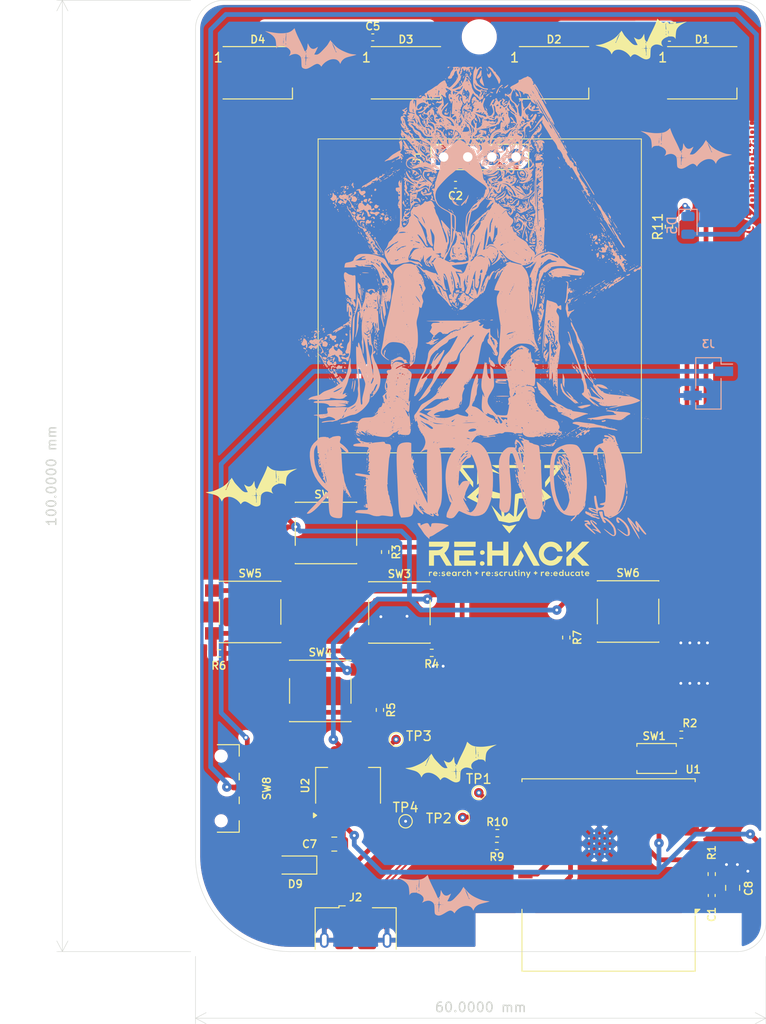
<source format=kicad_pcb>
(kicad_pcb (version 20241229) (generator "pcbnew") (generator_version "9.0")
  (layers (0 "F.Cu" signal) (2 "B.Cu" signal) (13 "F.Paste" user) (15 "B.Paste" user) (5 "F.SilkS" user "F.Silkscreen") (7 "B.SilkS" user "B.Silkscreen") (1 "F.Mask" user) (3 "B.Mask" user) (25 "Edge.Cuts" user))
  (net 0 "")
  (net 1 "+3V3")
  (net 2 "GND")
  (net 3 "/NEOPIXEL")
  (net 4 "Net-(D1-DOUT)")
  (net 5 "Net-(D2-DOUT)")
  (net 6 "Net-(D3-DOUT)")
  (net 7 "+5V")
  (net 8 "Net-(J3-Pin_1)")
  (net 9 "Net-(U1-EN)")
  (net 10 "/I2C_SCL")
  (net 11 "/BTN_UP")
  (net 12 "/BTN_RIGHT")
  (net 13 "/BTN_DOWN")
  (net 14 "/BTN_LEFT")
  (net 15 "/BTN_A")
  (net 16 "/BTN_B")
  (net 17 "/USB_D+")
  (net 18 "/USB_D-")
  (net 19 "/I2C_SDA")
  (net 20 "/UART_TXD")
  (net 21 "/UART_RXD")
  (net 24 "/USB+")
  (net 25 "/USB-")
  (net 26 "Net-(D5-A)")
  (net 27 "/USB_NC")
  (net 29 "Net-(D5-K)")
  (footprint "Resistor_SMD:R_0402_1005Metric" (layer "F.Cu") (at 131.7 148.9)
    (property "Reference" "R9" (at 0 1.15 0) (layer "F.SilkS") (effects (font (size 0.8 0.8))))
    (property "Value" "27")
    (pad "1" smd roundrect (at -0.51 0) (size 0.54 0.64) (layers "F.Cu" "F.Mask" "F.Paste") (net 24 "/USB+"))
    (pad "2" smd roundrect (at 0.51 0) (size 0.54 0.64) (layers "F.Cu" "F.Mask" "F.Paste") (net 17 "/USB_D+"))
  )
  (footprint "TestPoint:TestPoint_Pad_D1.0mm" (layer "F.Cu") (at 121.1 137.7)
    (property "Reference" "TP3" (at 2.4 -0.35 0) (layer "F.SilkS"))
    (property "Value" "TestPoint")
    (pad "1" smd circle (at 0 0) (size 1 1) (layers "F.Cu" "F.Mask") (net 1 "+3V3"))
  )
  (footprint "TestPoint:TestPoint_Pad_D1.0mm" (layer "F.Cu") (at 128.1 145.9)
    (property "Reference" "TP2" (at -2.5 0.1 0) (layer "F.SilkS"))
    (property "Value" "TestPoint")
    (pad "1" smd circle (at 0 0) (size 1 1) (layers "F.Cu" "F.Mask") (net 20 "/UART_TXD"))
  )
  (footprint "Resistor_SMD:R_0402_1005Metric" (layer "F.Cu") (at 149.8 83.8 90)
    (property "Reference" "R11" (at 0 -1.17 90) (layer "F.SilkS"))
    (property "Value" "10k")
    (pad "1" smd roundrect (at -0.51 0 90) (size 0.54 0.64) (layers "F.Cu" "F.Mask" "F.Paste") (net 2 "GND"))
    (pad "2" smd roundrect (at 0.51 0 90) (size 0.54 0.64) (layers "F.Cu" "F.Mask" "F.Paste") (net 29 "Net-(D5-K)"))
  )
  (footprint "Resistor_SMD:R_0402_1005Metric" (layer "F.Cu") (at 139 126.99 -90)
    (property "Reference" "R7" (at 0 -1.17 90) (layer "F.SilkS") (effects (font (size 0.8 0.8))))
    (property "Value" "10k")
    (pad "1" smd roundrect (at -0.51 0 270) (size 0.54 0.64) (layers "F.Cu" "F.Mask" "F.Paste") (net 15 "/BTN_A"))
    (pad "2" smd roundrect (at 0.51 0 270) (size 0.54 0.64) (layers "F.Cu" "F.Mask" "F.Paste") (net 2 "GND"))
  )
  (footprint "mcc:rehack" (layer "F.Cu") (at 133 114.5)
    (property "Reference" "G***" (hide yes))
    (property "Value" "LOGO" (hide yes))
  )
  (footprint "LED_SMD:LED_WS2812B_PLCC4_5.0x5.0mm_P3.2mm" (layer "F.Cu") (at 122.133333 67.625)
    (property "Reference" "D3" (at 0 -3.5 0) (layer "F.SilkS") (effects (font (size 0.8 0.8))))
    (property "Value" "WS2812B")
    (fp_text user "1" (at -4.15 -1.6 0) (layer "F.SilkS"))
    (pad "1" smd rect (at -2.45 -1.65) (size 1.5 0.9) (layers "F.Cu" "F.Mask" "F.Paste") (net 1 "+3V3"))
    (pad "2" smd rect (at -2.45 1.65) (size 1.5 0.9) (layers "F.Cu" "F.Mask" "F.Paste") (net 6 "Net-(D3-DOUT)"))
    (pad "3" smd rect (at 2.45 1.65) (size 1.5 0.9) (layers "F.Cu" "F.Mask" "F.Paste") (net 2 "GND"))
    (pad "4" smd rect (at 2.45 -1.65) (size 1.5 0.9) (layers "F.Cu" "F.Mask" "F.Paste") (net 5 "Net-(D2-DOUT)"))
  )
  (footprint "Button_Switch_SMD:SW_Push_SPST_NO_Alps_SKRK" (layer "F.Cu") (at 148.5 139.7)
    (property "Reference" "SW1" (at -0.25 -2.35 180) (layer "F.SilkS") (effects (font (size 0.8 0.8))))
    (property "Value" "SW_Push")
    (pad "1" smd roundrect (at -2.1 0) (size 0.8 2) (layers "F.Cu" "F.Mask" "F.Paste") (net 2 "GND"))
    (pad "2" smd roundrect (at 2.1 0) (size 0.8 2) (layers "F.Cu" "F.Mask" "F.Paste") (net 10 "/I2C_SCL"))
  )
  (footprint "IMG:bat" (layer "F.Cu") (at 127 140)
    (property "Reference" "G***" (hide yes))
    (property "Value" "LOGO" (hide yes))
  )
  (footprint "Capacitor_SMD:C_0402_1005Metric" (layer "F.Cu") (at 127.35 79.4 180)
    (property "Reference" "C2" (at 0 -1.16 0) (layer "F.SilkS") (effects (font (size 0.8 0.8))))
    (property "Value" "100n")
    (pad "1" smd roundrect (at -0.48 0 180) (size 0.56 0.62) (layers "F.Cu" "F.Mask" "F.Paste") (net 2 "GND"))
    (pad "2" smd roundrect (at 0.48 0 180) (size 0.56 0.62) (layers "F.Cu" "F.Mask" "F.Paste") (net 1 "+3V3"))
  )
  (footprint "Resistor_SMD:R_0402_1005Metric" (layer "F.Cu") (at 154.3 151.85 -90)
    (property "Reference" "R1" (at -2.25 0 90) (layer "F.SilkS") (effects (font (size 0.8 0.8))))
    (property "Value" "10k")
    (pad "1" smd roundrect (at -0.51 0 270) (size 0.54 0.64) (layers "F.Cu" "F.Mask" "F.Paste") (net 1 "+3V3"))
    (pad "2" smd roundrect (at 0.51 0 270) (size 0.54 0.64) (layers "F.Cu" "F.Mask" "F.Paste") (net 9 "Net-(U1-EN)"))
  )
  (footprint "Resistor_SMD:R_0402_1005Metric" (layer "F.Cu") (at 124.85 128.6 180)
    (property "Reference" "R4" (at 0 -1.17 0) (layer "F.SilkS") (effects (font (size 0.8 0.8))))
    (property "Value" "10k")
    (pad "1" smd roundrect (at -0.51 0 180) (size 0.54 0.64) (layers "F.Cu" "F.Mask" "F.Paste") (net 12 "/BTN_RIGHT"))
    (pad "2" smd roundrect (at 0.51 0 180) (size 0.54 0.64) (layers "F.Cu" "F.Mask" "F.Paste") (net 2 "GND"))
  )
  (footprint "LED_SMD:LED_WS2812B_PLCC4_5.0x5.0mm_P3.2mm" (layer "F.Cu") (at 106.55 67.625)
    (property "Reference" "D4" (at 0 -3.5 0) (layer "F.SilkS") (effects (font (size 0.8 0.8))))
    (property "Value" "WS2812B")
    (fp_text user "1" (at -4.15 -1.6 0) (layer "F.SilkS"))
    (pad "1" smd rect (at -2.45 -1.65) (size 1.5 0.9) (layers "F.Cu" "F.Mask" "F.Paste") (net 1 "+3V3"))
    (pad "2" smd rect (at -2.45 1.65) (size 1.5 0.9) (layers "F.Cu" "F.Mask" "F.Paste"))
    (pad "3" smd rect (at 2.45 1.65) (size 1.5 0.9) (layers "F.Cu" "F.Mask" "F.Paste") (net 2 "GND"))
    (pad "4" smd rect (at 2.45 -1.65) (size 1.5 0.9) (layers "F.Cu" "F.Mask" "F.Paste") (net 6 "Net-(D3-DOUT)"))
  )
  (footprint "Capacitor_SMD:C_0402_1005Metric" (layer "F.Cu") (at 149.85 63.95)
    (property "Reference" "C3" (at 0 -1.16 0) (layer "F.SilkS") (effects (font (size 0.8 0.8))))
    (property "Value" "100n")
    (pad "1" smd roundrect (at -0.48 0) (size 0.56 0.62) (layers "F.Cu" "F.Mask" "F.Paste") (net 2 "GND"))
    (pad "2" smd roundrect (at 0.48 0) (size 0.56 0.62) (layers "F.Cu" "F.Mask" "F.Paste") (net 1 "+3V3"))
  )
  (footprint "LED_SMD:LED_WS2812B_PLCC4_5.0x5.0mm_P3.2mm" (layer "F.Cu") (at 153.3 67.625)
    (property "Reference" "D1" (at 0 -3.5 0) (layer "F.SilkS") (effects (font (size 0.8 0.8))))
    (property "Value" "WS2812B")
    (fp_text user "1" (at -4.15 -1.6 0) (layer "F.SilkS"))
    (pad "1" smd rect (at -2.45 -1.65) (size 1.5 0.9) (layers "F.Cu" "F.Mask" "F.Paste") (net 1 "+3V3"))
    (pad "2" smd rect (at -2.45 1.65) (size 1.5 0.9) (layers "F.Cu" "F.Mask" "F.Paste") (net 4 "Net-(D1-DOUT)"))
    (pad "3" smd rect (at 2.45 1.65) (size 1.5 0.9) (layers "F.Cu" "F.Mask" "F.Paste") (net 2 "GND"))
    (pad "4" smd rect (at 2.45 -1.65) (size 1.5 0.9) (layers "F.Cu" "F.Mask" "F.Paste") (net 3 "/NEOPIXEL"))
  )
  (footprint "Connector_USB:USB_Micro-B_Amphenol_10118193-0001LF_Horizontal" (layer "F.Cu") (at 116.85 158.8)
    (property "Reference" "J2" (at 0 -4.5 0) (layer "F.SilkS") (effects (font (size 0.8 0.8))))
    (property "Value" "USB_B_Micro")
    (pad "1" smd roundrect (at -1.3 -2.675) (size 0.4 1.35) (layers "F.Cu" "F.Mask" "F.Paste") (net 7 "+5V"))
    (pad "2" smd roundrect (at -0.65 -2.675) (size 0.4 1.35) (layers "F.Cu" "F.Mask" "F.Paste") (net 25 "/USB-"))
    (pad "3" smd roundrect (at 0 -2.675) (size 0.4 1.35) (layers "F.Cu" "F.Mask" "F.Paste") (net 24 "/USB+"))
    (pad "4" smd roundrect (at 0.65 -2.675) (size 0.4 1.35) (layers "F.Cu" "F.Mask" "F.Paste") (net 27 "/USB_NC"))
    (pad "5" smd roundrect (at 1.3 -2.675) (size 0.4 1.35) (layers "F.Cu" "F.Mask" "F.Paste") (net 2 "GND"))
    (pad "6" thru_hole oval (at -3.3 0 90) (size 1.6 0.9) (drill oval 1.2 0.5) (layers "*.Cu" "*.Mask" "F.Paste") (net 2 "GND"))
    (pad "6" smd roundrect (at -3.2 -2.45) (size 1.6 1.4) (layers "F.Cu" "F.Mask" "F.Paste") (roundrect_rratio 0.1785714286) (net 2 "GND"))
    (pad "6" smd roundrect (at -1.2 0) (size 1.9 1.9) (layers "F.Cu" "F.Mask" "F.Paste") (roundrect_rratio 0.1315789474) (net 2 "GND"))
    (pad "6" smd roundrect (at 1.2 0) (size 1.9 1.9) (layers "F.Cu" "F.Mask" "F.Paste") (roundrect_rratio 0.1315789474) (net 2 "GND"))
    (pad "6" smd roundrect (at 3.2 -2.45) (size 1.6 1.4) (layers "F.Cu" "F.Mask" "F.Paste") (roundrect_rratio 0.1785714286) (net 2 "GND"))
    (pad "6" thru_hole oval (at 3.3 0 90) (size 1.6 0.9) (drill oval 1.2 0.5) (layers "*.Cu" "*.Mask" "F.Paste") (net 2 "GND"))
  )
  (footprint "Resistor_SMD:R_0402_1005Metric" (layer "F.Cu") (at 119.4 134.6 -90)
    (property "Reference" "R5" (at 0 -1.17 90) (layer "F.SilkS") (effects (font (size 0.8 0.8))))
    (property "Value" "10k")
    (pad "1" smd roundrect (at -0.51 0 270) (size 0.54 0.64) (layers "F.Cu" "F.Mask" "F.Paste") (net 13 "/BTN_DOWN"))
    (pad "2" smd roundrect (at 0.51 0 270) (size 0.54 0.64) (layers "F.Cu" "F.Mask" "F.Paste") (net 2 "GND"))
  )
  (footprint "Resistor_SMD:R_0402_1005Metric" (layer "F.Cu") (at 151.1 137.2)
    (property "Reference" "R2" (at 0.9 -1.2 0) (layer "F.SilkS") (effects (font (size 0.8 0.8))))
    (property "Value" "10k")
    (pad "1" smd roundrect (at -0.51 0) (size 0.54 0.64) (layers "F.Cu" "F.Mask" "F.Paste") (net 10 "/I2C_SCL"))
    (pad "2" smd roundrect (at 0.51 0) (size 0.54 0.64) (layers "F.Cu" "F.Mask" "F.Paste") (net 1 "+3V3"))
  )
  (footprint "IMG:bat" (layer "F.Cu") (at 147 64)
    (property "Reference" "G***" (hide yes))
    (property "Value" "LOGO" (hide yes))
  )
  (footprint "Resistor_SMD:R_0402_1005Metric" (layer "F.Cu") (at 119.95 118 -90)
    (property "Reference" "R3" (at 0 -1.17 90) (layer "F.SilkS") (effects (font (size 0.8 0.8))))
    (property "Value" "10k")
    (pad "1" smd roundrect (at -0.51 0 270) (size 0.54 0.64) (layers "F.Cu" "F.Mask" "F.Paste") (net 11 "/BTN_UP"))
    (pad "2" smd roundrect (at 0.51 0 270) (size 0.54 0.64) (layers "F.Cu" "F.Mask" "F.Paste") (net 2 "GND"))
  )
  (footprint "Button_Switch_SMD:SW_Push_1P1T_NO_6x6mm_H9.5mm" (layer "F.Cu") (at 145.5 124.25)
    (property "Reference" "SW6" (at 0 -4.05 0) (layer "F.SilkS") (effects (font (size 0.8 0.8))))
    (property "Value" "SW_Push")
    (pad "1" smd rect (at -3.975 -2.25) (size 1.55 1.3) (layers "F.Cu" "F.Mask" "F.Paste") (net 1 "+3V3"))
    (pad "1" smd rect (at 3.975 -2.25) (size 1.55 1.3) (layers "F.Cu" "F.Mask" "F.Paste") (net 1 "+3V3"))
    (pad "2" smd rect (at -3.975 2.25) (size 1.55 1.3) (layers "F.Cu" "F.Mask" "F.Paste") (net 15 "/BTN_A"))
    (pad "2" smd rect (at 3.975 2.25) (size 1.55 1.3) (layers "F.Cu" "F.Mask" "F.Paste") (net 15 "/BTN_A"))
  )
  (footprint "Package_TO_SOT_SMD:SOT-223-3_TabPin2" (layer "F.Cu") (at 116.05 142.55 90)
    (property "Reference" "U2" (at 0 -4.5 90) (layer "F.SilkS") (effects (font (size 0.8 0.8))))
    (property "Value" "AMS1117-3.3")
    (pad "1" smd roundrect (at -3.15 -2.3 90) (size 2 1.5) (layers "F.Cu" "F.Mask" "F.Paste") (net 2 "GND"))
    (pad "2" smd roundrect (at -3.15 0 90) (size 2 1.5) (layers "F.Cu" "F.Mask" "F.Paste") (net 1 "+3V3"))
    (pad "2" smd roundrect (at 3.15 0 90) (size 2 3.8) (layers "F.Cu" "F.Mask" "F.Paste") (net 1 "+3V3"))
    (pad "3" smd roundrect (at -3.15 2.3 90) (size 2 1.5) (layers "F.Cu" "F.Mask" "F.Paste") (net 7 "+5V"))
  )
  (footprint "TestPoint:TestPoint_Pad_D1.0mm" (layer "F.Cu") (at 122.1 146.3)
    (property "Reference" "TP4" (at 0 -1.448 0) (layer "F.SilkS"))
    (property "Value" "TestPoint")
    (pad "1" smd circle (at 0 0) (size 1 1) (layers "F.Cu" "F.Mask") (net 2 "GND"))
  )
  (footprint "LED_SMD:LED_WS2812B_PLCC4_5.0x5.0mm_P3.2mm" (layer "F.Cu") (at 137.716666 67.625)
    (property "Reference" "D2" (at 0 -3.5 0) (layer "F.SilkS") (effects (font (size 0.8 0.8))))
    (property "Value" "WS2812B")
    (fp_text user "1" (at -4.15 -1.6 0) (layer "F.SilkS"))
    (pad "1" smd rect (at -2.45 -1.65) (size 1.5 0.9) (layers "F.Cu" "F.Mask" "F.Paste") (net 1 "+3V3"))
    (pad "2" smd rect (at -2.45 1.65) (size 1.5 0.9) (layers "F.Cu" "F.Mask" "F.Paste") (net 5 "Net-(D2-DOUT)"))
    (pad "3" smd rect (at 2.45 1.65) (size 1.5 0.9) (layers "F.Cu" "F.Mask" "F.Paste") (net 2 "GND"))
    (pad "4" smd rect (at 2.45 -1.65) (size 1.5 0.9) (layers "F.Cu" "F.Mask" "F.Paste") (net 4 "Net-(D1-DOUT)"))
  )
  (footprint "Diode_SMD:Nexperia_CFP3_SOD-123W" (layer "F.Cu") (at 110.5 150.9 180)
    (property "Reference" "D9" (at 0 -2 0) (layer "F.SilkS") (effects (font (size 0.8 0.8))))
    (property "Value" "D_Schottky")
    (pad "1" smd rect (at -1.4 0 180) (size 1.2 1.2) (layers "F.Cu" "F.Mask" "F.Paste") (net 7 "+5V"))
    (pad "2" smd rect (at 1.4 0 180) (size 1.2 1.2) (layers "F.Cu" "F.Mask" "F.Paste") (net 26 "Net-(D5-A)"))
  )
  (footprint "MountingHole:MountingHole_3.2mm_M3" (layer "F.Cu") (at 129.85 63.85)
    (property "Reference" "H1" (hide yes))
    (property "Value" "MountingHole")
    (pad "" np_thru_hole circle (at 0 0) (size 3.2 3.2) (drill 3.2) (layers "*.Cu" "*.Mask"))
  )
  (footprint "Button_Switch_SMD:SW_SPDT_CK_JS102011SAQN" (layer "F.Cu") (at 102.7 142.85 -90)
    (property "Reference" "SW8" (at 0 -4.8 90) (layer "F.SilkS") (effects (font (size 0.8 0.8))))
    (property "Value" "SW_SPST")
    (pad "" np_thru_hole circle (at -3.4 0 270) (size 0.9 0.9) (drill 0.9) (layers "*.Cu" "*.Mask"))
    (pad "" np_thru_hole circle (at 3.4 0 270) (size 0.9 0.9) (drill 0.9) (layers "*.Cu" "*.Mask"))
    (pad "1" smd roundrect (at -2.5 -2.75 270) (size 1.25 2.5) (layers "F.Cu" "F.Mask" "F.Paste") (roundrect_rratio 0.2) (net 8 "Net-(J3-Pin_1)"))
    (pad "2" smd roundrect (at 0 -2.75 270) (size 1.25 2.5) (layers "F.Cu" "F.Mask" "F.Paste") (roundrect_rratio 0.2) (net 26 "Net-(D5-A)"))
    (pad "3" smd roundrect (at 2.5 -2.75 270) (size 1.25 2.5) (layers "F.Cu" "F.Mask" "F.Paste") (roundrect_rratio 0.2))
  )
  (footprint "Button_Switch_SMD:SW_Push_1P1T_NO_6x6mm_H9.5mm" (layer "F.Cu") (at 113.125 132.6)
    (property "Reference" "SW4" (at 0 -4.05 0) (layer "F.SilkS") (effects (font (size 0.8 0.8))))
    (property "Value" "SW_Push")
    (pad "1" smd rect (at -3.975 -2.25) (size 1.55 1.3) (layers "F.Cu" "F.Mask" "F.Paste") (net 1 "+3V3"))
    (pad "1" smd rect (at 3.975 -2.25) (size 1.55 1.3) (layers "F.Cu" "F.Mask" "F.Paste") (net 1 "+3V3"))
    (pad "2" smd rect (at -3.975 2.25) (size 1.55 1.3) (layers "F.Cu" "F.Mask" "F.Paste") (net 13 "/BTN_DOWN"))
    (pad "2" smd rect (at 3.975 2.25) (size 1.55 1.3) (layers "F.Cu" "F.Mask" "F.Paste") (net 13 "/BTN_DOWN"))
  )
  (footprint "IMG:bat" (layer "F.Cu") (at 106 111)
    (property "Reference" "G***" (hide yes))
    (property "Value" "LOGO" (hide yes))
  )
  (footprint "Button_Switch_SMD:SW_Push_1P1T_NO_6x6mm_H9.5mm" (layer "F.Cu") (at 121.45 124.35)
    (property "Reference" "SW3" (at 0 -4.05 0) (layer "F.SilkS") (effects (font (size 0.8 0.8))))
    (property "Value" "SW_Push")
    (pad "1" smd rect (at -3.975 -2.25) (size 1.55 1.3) (layers "F.Cu" "F.Mask" "F.Paste") (net 1 "+3V3"))
    (pad "1" smd rect (at 3.975 -2.25) (size 1.55 1.3) (layers "F.Cu" "F.Mask" "F.Paste") (net 1 "+3V3"))
    (pad "2" smd rect (at -3.975 2.25) (size 1.55 1.3) (layers "F.Cu" "F.Mask" "F.Paste") (net 12 "/BTN_RIGHT"))
    (pad "2" smd rect (at 3.975 2.25) (size 1.55 1.3) (layers "F.Cu" "F.Mask" "F.Paste") (net 12 "/BTN_RIGHT"))
  )
  (footprint "Resistor_SMD:R_0402_1005Metric" (layer "F.Cu") (at 102.5 128.65)
    (property "Reference" "R6" (at -0.05 1.3 0) (layer "F.SilkS") (effects (font (size 0.8 0.8))))
    (property "Value" "10k")
    (pad "1" smd roundrect (at -0.51 0) (size 0.54 0.64) (layers "F.Cu" "F.Mask" "F.Paste") (net 14 "/BTN_LEFT"))
    (pad "2" smd roundrect (at 0.51 0) (size 0.54 0.64) (layers "F.Cu" "F.Mask" "F.Paste") (net 2 "GND"))
  )
  (footprint "TestPoint:TestPoint_Pad_D1.0mm" (layer "F.Cu") (at 129.8 143.3)
    (property "Reference" "TP1" (at 0 -1.448 0) (layer "F.SilkS"))
    (property "Value" "TestPoint")
    (pad "1" smd circle (at 0 0) (size 1 1) (layers "F.Cu" "F.Mask") (net 21 "/UART_RXD"))
  )
  (footprint "Capacitor_SMD:C_0402_1005Metric" (layer "F.Cu") (at 154.3 154.1 -90)
    (property "Reference" "C1" (at 2 0 270) (layer "F.SilkS") (effects (font (size 0.8 0.8))))
    (property "Value" "100n")
    (pad "1" smd roundrect (at -0.48 0 270) (size 0.56 0.62) (layers "F.Cu" "F.Mask" "F.Paste") (net 2 "GND"))
    (pad "2" smd roundrect (at 0.48 0 270) (size 0.56 0.62) (layers "F.Cu" "F.Mask" "F.Paste") (net 1 "+3V3"))
  )
  (footprint "RF_Module:ESP32-C3-WROOM-02" (layer "F.Cu") (at 143.45 148.85 180)
    (property "Reference" "U1" (at -8.9 8 180) (layer "F.SilkS") (effects (font (size 0.8 0.8))))
    (property "Value" "ESP32-C3-WROOM-02")
    (pad "1" smd rect (at -8.75 -6 180) (size 1.5 0.9) (layers "F.Cu" "F.Mask" "F.Paste") (net 1 "+3V3"))
    (pad "2" smd rect (at -8.75 -4.5 180) (size 1.5 0.9) (layers "F.Cu" "F.Mask" "F.Paste") (net 9 "Net-(U1-EN)"))
    (pad "3" smd rect (at -8.75 -3 180) (size 1.5 0.9) (layers "F.Cu" "F.Mask" "F.Paste") (net 16 "/BTN_B"))
    (pad "4" smd rect (at -8.75 -1.5 180) (size 1.5 0.9) (layers "F.Cu" "F.Mask" "F.Paste") (net 15 "/BTN_A"))
    (pad "5" smd rect (at -8.75 0 180) (size 1.5 0.9) (layers "F.Cu" "F.Mask" "F.Paste"))
    (pad "6" smd rect (at -8.75 1.5 180) (size 1.5 0.9) (layers "F.Cu" "F.Mask" "F.Paste") (net 3 "/NEOPIXEL"))
    (pad "7" smd rect (at -8.75 3 180) (size 1.5 0.9) (layers "F.Cu" "F.Mask" "F.Paste") (net 19 "/I2C_SDA"))
    (pad "8" smd rect (at -8.75 4.5 180) (size 1.5 0.9) (layers "F.Cu" "F.Mask" "F.Paste") (net 10 "/I2C_SCL"))
    (pad "9" smd rect (at -8.75 6 180) (size 1.5 0.9) (layers "F.Cu" "F.Mask" "F.Paste") (net 2 "GND"))
    (pad "10" smd rect (at 8.75 6 180) (size 1.5 0.9) (layers "F.Cu" "F.Mask" "F.Paste") (net 13 "/BTN_DOWN"))
    (pad "11" smd rect (at 8.75 4.5 180) (size 1.5 0.9) (layers "F.Cu" "F.Mask" "F.Paste") (net 21 "/UART_RXD"))
    (pad "12" smd rect (at 8.75 3 180) (size 1.5 0.9) (layers "F.Cu" "F.Mask" "F.Paste") (net 20 "/UART_TXD"))
    (pad "13" smd rect (at 8.75 1.5 180) (size 1.5 0.9) (layers "F.Cu" "F.Mask" "F.Paste") (net 18 "/USB_D-"))
    (pad "14" smd rect (at 8.75 0 180) (size 1.5 0.9) (layers "F.Cu" "F.Mask" "F.Paste") (net 17 "/USB_D+"))
    (pad "15" smd rect (at 8.75 -1.5 180) (size 1.5 0.9) (layers "F.Cu" "F.Mask" "F.Paste") (net 14 "/BTN_LEFT"))
    (pad "16" smd rect (at 8.75 -3 180) (size 1.5 0.9) (layers "F.Cu" "F.Mask" "F.Paste") (net 12 "/BTN_RIGHT"))
    (pad "17" smd rect (at 8.75 -4.5 180) (size 1.5 0.9) (layers "F.Cu" "F.Mask" "F.Paste") (net 11 "/BTN_UP"))
    (pad "18" smd rect (at 8.75 -6 180) (size 1.5 0.9) (layers "F.Cu" "F.Mask" "F.Paste"))
    (pad "19" thru_hole circle (at -0.14 -0.35 180) (size 0.6 0.6) (drill 0.2) (property pad_prop_heatsink) (layers "*.Cu" "F.Mask") (net 2 "GND"))
    (pad "19" thru_hole circle (at -0.14 0.75 180) (size 0.6 0.6) (drill 0.2) (property pad_prop_heatsink) (layers "*.Cu" "F.Mask") (net 2 "GND"))
    (pad "19" thru_hole circle (at 0.41 -0.9 180) (size 0.6 0.6) (drill 0.2) (property pad_prop_heatsink) (layers "*.Cu" "F.Mask") (net 2 "GND"))
    (pad "19" thru_hole circle (at 0.41 0.2 180) (size 0.6 0.6) (drill 0.2) (property pad_prop_heatsink) (layers "*.Cu" "F.Mask") (net 2 "GND"))
    (pad "19" thru_hole circle (at 0.41 1.3 180) (size 0.6 0.6) (drill 0.2) (property pad_prop_heatsink) (layers "*.Cu" "F.Mask") (net 2 "GND"))
    (pad "19" thru_hole circle (at 0.96 -0.35 180) (size 0.6 0.6) (drill 0.2) (property pad_prop_heatsink) (layers "*.Cu" "F.Mask") (net 2 "GND"))
    (pad "19" smd rect (at 0.96 0.2 180) (size 2.9 2.9) (layers "F.Cu" "F.Mask") (net 2 "GND"))
    (pad "19" thru_hole circle (at 0.96 0.75 180) (size 0.6 0.6) (drill 0.2) (property pad_prop_heatsink) (layers "*.Cu" "F.Mask") (net 2 "GND"))
    (pad "19" thru_hole circle (at 1.51 -0.9 180) (size 0.6 0.6) (drill 0.2) (property pad_prop_heatsink) (layers "*.Cu" "F.Mask") (net 2 "GND"))
    (pad "19" thru_hole circle (at 1.51 0.2 180) (size 0.6 0.6) (drill 0.2) (property pad_prop_heatsink) (layers "*.Cu" "F.Mask") (net 2 "GND"))
    (pad "19" thru_hole circle (at 1.51 1.3 180) (size 0.6 0.6) (drill 0.2) (property pad_prop_heatsink) (layers "*.Cu" "F.Mask") (net 2 "GND"))
    (pad "19" thru_hole circle (at 2.06 -0.35 180) (size 0.6 0.6) (drill 0.2) (property pad_prop_heatsink) (layers "*.Cu" "F.Mask") (net 2 "GND"))
    (pad "19" thru_hole circle (at 2.06 0.75 180) (size 0.6 0.6) (drill 0.2) (property pad_prop_heatsink) (layers "*.Cu" "F.Mask") (net 2 "GND"))
    (zone (net 0) (net_name "") (layers "F.Cu" "B.Cu") (connect_pads (clearance 0)) (min_thickness 0.254)
      (keepout (tracks not_allowed) (vias not_allowed) (pads not_allowed) (copperpour not_allowed) (footprints not_allowed))
      (fill (thermal_gap 0.508) (thermal_bridge_width 0.508))
      (polygon (pts (xy 157.45 155.95) (xy 129.45 155.95) (xy 129.45 166.95) (xy 157.45 166.95)))
    )
  )
  (footprint "Capacitor_SMD:C_0805_2012Metric" (layer "F.Cu") (at 156.5 153.3 -90)
    (property "Reference" "C8" (at 0.05 -1.68 90) (layer "F.SilkS") (effects (font (size 0.8 0.8))))
    (property "Value" "1u")
    (pad "1" smd roundrect (at -0.95 0 270) (size 1 1.45) (layers "F.Cu" "F.Mask" "F.Paste") (net 2 "GND"))
    (pad "2" smd roundrect (at 0.95 0 270) (size 1 1.45) (layers "F.Cu" "F.Mask" "F.Paste") (net 1 "+3V3"))
  )
  (footprint "Connector_PinSocket_2.54mm:PinSocket_1x04_P2.54mm_Vertical" (layer "F.Cu") (at 126.1 76.475 90)
    (property "Reference" "J1" (at 0 -2.77 90) (layer "F.SilkS") (effects (font (size 0.8 0.8))))
    (property "Value" "Conn_01x04_Pin")
    (pad "1" thru_hole rect (at 0 0 90) (size 1.7 1.7) (drill 1) (layers "*.Cu" "*.Mask") (net 1 "+3V3"))
    (pad "2" thru_hole oval (at 0 2.54 90) (size 1.7 1.7) (drill 1) (layers "*.Cu" "*.Mask") (net 2 "GND"))
    (pad "3" thru_hole oval (at 0 5.08 90) (size 1.7 1.7) (drill 1) (layers "*.Cu" "*.Mask") (net 10 "/I2C_SCL"))
    (pad "4" thru_hole oval (at 0 7.62 90) (size 1.7 1.7) (drill 1) (layers "*.Cu" "*.Mask") (net 19 "/I2C_SDA"))
  )
  (footprint "Button_Switch_SMD:SW_Push_1P1T_NO_6x6mm_H9.5mm" (layer "F.Cu") (at 105.75 124.3)
    (property "Reference" "SW5" (at 0 -4.05 0) (layer "F.SilkS") (effects (font (size 0.8 0.8))))
    (property "Value" "SW_Push")
    (pad "1" smd rect (at -3.975 -2.25) (size 1.55 1.3) (layers "F.Cu" "F.Mask" "F.Paste") (net 1 "+3V3"))
    (pad "1" smd rect (at 3.975 -2.25) (size 1.55 1.3) (layers "F.Cu" "F.Mask" "F.Paste") (net 1 "+3V3"))
    (pad "2" smd rect (at -3.975 2.25) (size 1.55 1.3) (layers "F.Cu" "F.Mask" "F.Paste") (net 14 "/BTN_LEFT"))
    (pad "2" smd rect (at 3.975 2.25) (size 1.55 1.3) (layers "F.Cu" "F.Mask" "F.Paste") (net 14 "/BTN_LEFT"))
  )
  (footprint "Capacitor_SMD:C_0402_1005Metric" (layer "F.Cu") (at 118.65 63.9)
    (property "Reference" "C5" (at 0 -1.16 0) (layer "F.SilkS") (effects (font (size 0.8 0.8))))
    (property "Value" "100n")
    (pad "1" smd roundrect (at -0.48 0) (size 0.56 0.62) (layers "F.Cu" "F.Mask" "F.Paste") (net 2 "GND"))
    (pad "2" smd roundrect (at 0.48 0) (size 0.56 0.62) (layers "F.Cu" "F.Mask" "F.Paste") (net 1 "+3V3"))
  )
  (footprint "Resistor_SMD:R_0402_1005Metric" (layer "F.Cu") (at 131.75 147.55)
    (property "Reference" "R10" (at 0 -1.17 0) (layer "F.SilkS") (effects (font (size 0.8 0.8))))
    (property "Value" "27")
    (pad "1" smd roundrect (at -0.51 0) (size 0.54 0.64) (layers "F.Cu" "F.Mask" "F.Paste") (net 25 "/USB-"))
    (pad "2" smd roundrect (at 0.51 0) (size 0.54 0.64) (layers "F.Cu" "F.Mask" "F.Paste") (net 18 "/USB_D-"))
  )
  (footprint "Button_Switch_SMD:SW_Push_1P1T_NO_6x6mm_H9.5mm" (layer "F.Cu") (at 113.725 116)
    (property "Reference" "SW2" (at 0 -4.05 0) (layer "F.SilkS") (effects (font (size 0.8 0.8))))
    (property "Value" "SW_Push")
    (pad "1" smd rect (at -3.975 -2.25) (size 1.55 1.3) (layers "F.Cu" "F.Mask" "F.Paste") (net 1 "+3V3"))
    (pad "1" smd rect (at 3.975 -2.25) (size 1.55 1.3) (layers "F.Cu" "F.Mask" "F.Paste") (net 1 "+3V3"))
    (pad "2" smd rect (at -3.975 2.25) (size 1.55 1.3) (layers "F.Cu" "F.Mask" "F.Paste") (net 11 "/BTN_UP"))
    (pad "2" smd rect (at 3.975 2.25) (size 1.55 1.3) (layers "F.Cu" "F.Mask" "F.Paste") (net 11 "/BTN_UP"))
  )
  (footprint "Capacitor_SMD:C_0805_2012Metric" (layer "F.Cu") (at 114.6 148.7)
    (property "Reference" "C7" (at -2.6 0 0) (layer "F.SilkS") (effects (font (size 0.8 0.8))))
    (property "Value" "1u")
    (pad "1" smd roundrect (at -0.95 0) (size 1 1.45) (layers "F.Cu" "F.Mask" "F.Paste") (net 2 "GND"))
    (pad "2" smd roundrect (at 0.95 0) (size 1 1.45) (layers "F.Cu" "F.Mask" "F.Paste") (net 1 "+3V3"))
  )
  (footprint "IMG:bat" (layer "B.Cu") (at 151.5 75.5 180)
    (property "Reference" "G***" (hide yes))
    (property "Value" "LOGO" (hide yes))
  )
  (footprint "IMG:bat" (layer "B.Cu") (at 112 65 180)
    (property "Reference" "G***" (hide yes))
    (property "Value" "LOGO" (hide yes))
  )
  (footprint "Connector_PinSocket_2.54mm:PinSocket_1x02_P2.54mm_Vertical_SMD_Pin1Left" (layer "B.Cu") (at 153.95 100.275 180)
    (property "Reference" "J3" (at 0 4.14 0) (layer "B.SilkS") (effects (font (size 0.8 0.8)) (justify mirror)))
    (property "Value" "Battery")
    (pad "1" smd rect (at -1.65 1.27 180) (size 1.9 1) (layers "B.Cu" "B.Mask" "B.Paste") (net 8 "Net-(J3-Pin_1)"))
    (pad "2" smd rect (at 1.65 -1.27 180) (size 1.9 1) (layers "B.Cu" "B.Mask" "B.Paste") (net 2 "GND"))
  )
  (footprint "LED_SMD:LED_0805_2012Metric" (layer "B.Cu") (at 151.8 83.6625 -90)
    (property "Reference" "D5" (at 0 1.65 90) (layer "B.SilkS") (effects (justify mirror)))
    (property "Value" "LED")
    (pad "1" smd roundrect (at -0.9375 0 270) (size 0.975 1.4) (layers "B.Cu" "B.Mask" "B.Paste") (net 29 "Net-(D5-K)"))
    (pad "2" smd roundrect (at 0.9375 0 270) (size 0.975 1.4) (layers "B.Cu" "B.Mask" "B.Paste") (net 26 "Net-(D5-A)"))
  )
  (footprint "mcc:conquer_grey" (layer "B.Cu") (at 129 92 180)
    (property "Reference" "G***" (hide yes))
    (property "Value" "LOGO" (hide yes))
  )
  (footprint "IMG:bat" (layer "B.Cu") (at 126 154 180)
    (property "Reference" "G***" (hide yes))
    (property "Value" "LOGO" (hide yes))
  )
  (gr_line (start 112.9 74.575) (end 112.9 107.575) (stroke (width 0.1)) (layer "F.SilkS"))
  (gr_line (start 112.9 74.575) (end 146.9 74.575) (stroke (width 0.1)) (layer "F.SilkS"))
  (gr_line (start 146.9 74.575) (end 146.9 107.575) (stroke (width 0.1)) (layer "F.SilkS"))
  (gr_line (start 112.9 107.575) (end 146.9 107.575) (stroke (width 0.1)) (layer "F.SilkS"))
  (gr_line (start 110 160) (end 157 160) (stroke (width 0.05)) (layer "Edge.Cuts"))
  (gr_line (start 160 63) (end 160 157) (stroke (width 0.05)) (layer "Edge.Cuts"))
  (gr_line (start 103 60) (end 157 60) (stroke (width 0.05)) (layer "Edge.Cuts"))
  (gr_arc (start 100 63) (mid 100.87868 60.87868) (end 103 60) (stroke (width 0.05)) (layer "Edge.Cuts"))
  (gr_line (start 100 63) (end 100 150) (stroke (width 0.05)) (layer "Edge.Cuts"))
  (gr_arc (start 160 157) (mid 159.12132 159.12132) (end 157 160) (stroke (width 0.05)) (layer "Edge.Cuts"))
  (gr_arc (start 110 160) (mid 102.928932 157.071068) (end 100 150) (stroke (width 0.05)) (layer "Edge.Cuts"))
  (gr_arc (start 157 60) (mid 159.12132 60.87868) (end 160 63) (stroke (width 0.05)) (layer "Edge.Cuts"))
  (gr_text "59586c74616d356b494864686379426f5a584a6c" (at 159 110 90) (layer "F.Cu" knockout) (effects (font (size 1 1) (thickness 0.2) (bold yes)) (justify left bottom)))
  (dimension (type aligned) (layer "Edge.Cuts") (pts (xy 100 160) (xy 160 160)) (height 7) (format (prefix "") (suffix "") (units 3) (units_format 1) (precision 4)) (style (thickness 0.05) (arrow_length 1.27) (text_position_mode 0) (arrow_direction outward) (extension_height 0.58642) (extension_offset 0.5) (keep_text_aligned yes)) (gr_text "60.0000 mm" (at 130 165.85 0) (layer "Edge.Cuts") (effects (font (size 1 1) (thickness 0.15)))))
  (dimension (type aligned) (layer "Edge.Cuts") (pts (xy 100 60) (xy 100 160)) (height 14) (format (prefix "") (suffix "") (units 3) (units_format 1) (precision 4)) (style (thickness 0.05) (arrow_length 1.27) (text_position_mode 0) (arrow_direction outward) (extension_height 0.58642) (extension_offset 0.5) (keep_text_aligned yes)) (gr_text "100.0000 mm" (at 84.85 110 90) (layer "Edge.Cuts") (effects (font (size 1 1) (thickness 0.15)))))
  (segment (start 117.7 113.75) (end 109.75 113.75) (width 0.5) (layer "F.Cu") (net 1))
  (segment (start 117.7 91.85) (end 126.8 82.75) (width 0.5) (layer "F.Cu") (net 1))
  (segment (start 118.59253 62.75) (end 119.2 63.35747) (width 0.5) (layer "F.Cu") (net 1))
  (segment (start 117.475 122.1) (end 125.425 122.1) (width 0.5) (layer "F.Cu") (net 1))
  (segment (start 110.55 115.35) (end 109.725 115.35) (width 0.5) (layer "F.Cu") (net 1))
  (segment (start 155.5 149.4) (end 158.55 149.4) (width 0.5) (layer "F.Cu") (net 1))
  (segment (start 151.61 137.2) (end 151.61 136.644678) (width 0.5) (layer "F.Cu") (net 1))
  (segment (start 109.75 114.55) (end 110.55 115.35) (width 0.5) (layer "F.Cu") (net 1))
  (segment (start 128.2 66.4) (end 134.841666 66.4) (width 0.5) (layer "F.Cu") (net 1))
  (segment (start 116.05 145.7) (end 116.05 139.4) (width 0.5) (layer "F.Cu") (net 1))
  (segment (start 159.15 153.3) (end 159.15 149.35) (width 0.5) (layer "F.Cu") (net 1))
  (segment (start 118.05 62.75) (end 124.55 62.75) (width 0.5) (layer "F.Cu") (net 1))
  (segment (start 117.7 113.75) (end 117.7 91.85) (width 0.5) (layer "F.Cu") (net 1))
  (segment (start 125.25 122.1) (end 124.4 122.95) (width 0.5) (layer "F.Cu") (net 1))
  (segment (start 150.85 65.975) (end 150.85 64.4) (width 0.5) (layer "F.Cu") (net 1))
  (segment (start 152.2 154.85) (end 154.1 154.85) (width 0.5) (layer "F.Cu") (net 1))
  (segment (start 119.683333 65.975) (end 119.683333 64.383333) (width 0.5) (layer "F.Cu") (net 1))
  (segment (start 119.4 139.4) (end 121.1 137.7) (width 0.5) (layer "F.Cu") (net 1))
  (segment (start 150.084678 136.13) (end 148.75 137.464678) (width 0.5) (layer "F.Cu") (net 1))
  (segment (start 135.425 65.975) (end 138.5 62.9) (width 0.5) (layer "F.Cu") (net 1))
  (segment (start 124.55 62.75) (end 128.2 66.4) (width 0.5) (layer "F.Cu") (net 1))
  (segment (start 154.3 150.6) (end 155.5 149.4) (width 0.5) (layer "F.Cu") (net 1))
  (segment (start 154.3 151.34) (end 154.3 150.6) (width 0.5) (layer "F.Cu") (net 1))
  (segment (start 159.15 149.35) (end 159.15 148.8) (width 0.5) (layer "F.Cu") (net 1))
  (segment (start 109.15 130.35) (end 115.85 130.35) (width 0.5) (layer "F.Cu") (net 1))
  (segment (start 104.1 65.975) (end 107.325 62.75) (width 0.5) (layer "F.Cu") (net 1))
  (segment (start 108.2 120.525) (end 109.725 122.05) (width 0.5) (layer "F.Cu") (net 1))
  (segment (start 116.05 130.35) (end 115.95 130.45) (width 0.5) (layer "F.Cu") (net 1))
  (segment (start 109.75 113.75) (end 109.75 114.55) (width 0.5) (layer "F.Cu") (net 1))
  (segment (start 148.75 137.464678) (end 148.75 148.6) (width 0.5) (layer "F.Cu") (net 1))
  (segment (start 156.1 154.65) (end 154.3 154.65) (width 0.5) (layer "F.Cu") (net 1))
  (segment (start 117.1 130.35) (end 116.05 130.35) (width 0.5) (layer "F.Cu") (net 1))
  (segment (start 124.35 71.15) (end 126.1 72.9) (width 0.5) (layer "F.Cu") (net 1))
  (segment (start 146.36 62.89) (end 149.88253 62.89) (width 0.5) (layer "F.Cu") (net 1))
  (segment (start 116.7 147.8) (end 115.85 146.95) (width 0.5) (layer "F.Cu") (net 1))
  (segment (start 138.5 62.9) (end 146.35 62.9) (width 0.5) (layer "F.Cu") (net 1))
  (segment (start 150.4 63.40747) (end 150.4 63.95) (width 0.5) (layer "F.Cu") (net 1))
  (segment (start 126.1 72.9) (end 126.1 76.475) (width 0.5) (layer "F.Cu") (net 1))
  (segment (start 156.5 154.25) (end 156.746142 154.25) (width 0.5) (layer "F.Cu") (net 1))
  (segment (start 135.266666 65.975) (end 135.425 65.975) (width 0.5) (layer "F.Cu") (net 1))
  (segment (start 142 122) (end 149.95 122) (width 0.5) (layer "F.Cu") (net 1))
  (segment (start 119.683333 64.383333) (end 119.2 63.9) (width 0.5) (layer "F.Cu") (net 1))
  (segment (start 156.5 154.25) (end 156.1 154.65) (width 0.5) (layer "F.Cu") (net 1))
  (segment (start 140.1 122) (end 142 122) (width 0.5) (layer "F.Cu") (net 1))
  (segment (start 116.05 139.4) (end 119.4 139.4) (width 0.5) (layer "F.Cu") (net 1))
  (segment (start 146.35 62.9) (end 146.36 62.89) (width 0.5) (layer "F.Cu") (net 1))
  (segment (start 115.55 146.2) (end 116.05 145.7) (width 0.5) (layer "F.Cu") (net 1))
  (segment (start 118.05 62.75) (end 118.59253 62.75) (width 0.5) (layer "F.Cu") (net 1))
  (segment (start 126.8 77.3) (end 126.1 76.6) (width 0.5) (layer "F.Cu") (net 1))
  (segment (start 156.5 154.25) (end 158.2 154.25) (width 0.5) (layer "F.Cu") (net 1))
  (segment (start 116.05 139.4) (end 116.05 139.25) (width 0.5) (layer "F.Cu") (net 1))
  (segment (start 107.325 62.75) (end 118.05 62.75) (width 0.5) (layer "F.Cu") (net 1))
  (segment (start 149.88253 62.89) (end 150.4 63.40747) (width 0.5) (layer "F.Cu") (net 1))
  (segment (start 119.2 63.35747) (end 119.2 63.9) (width 0.5) (layer "F.Cu") (net 1))
  (segment (start 108.325 71.15) (end 124.35 71.15) (width 0.5) (layer "F.Cu") (net 1))
  (segment (start 134.841666 66.4) (end 135.266666 65.975) (width 0.5) (layer "F.Cu") (net 1))
  (segment (start 159.15 148.45) (end 158.35 147.65) (width 0.5) (layer "F.Cu") (net 1))
  (segment (start 158.55 149.4) (end 159.15 148.8) (width 0.5) (layer "F.Cu") (net 1))
  (segment (start 115.85 146.95) (end 115.55 146.95) (width 0.5) (layer "F.Cu") (net 1))
  (segment (start 115.85 130.35) (end 115.95 130.45) (width 0.5) (layer "F.Cu") (net 1))
  (segment (start 158.2 154.25) (end 159.15 153.3) (width 0.5) (layer "F.Cu") (net 1))
  (segment (start 109.725 115.35) (end 108.2 116.875) (width 0.5) (layer "F.Cu") (net 1))
  (segment (start 150.85 64.4) (end 150.4 63.95) (width 0.5) (layer "F.Cu") (net 1))
  (segment (start 125.425 122.1) (end 125.25 122.1) (width 0.5) (layer "F.Cu") (net 1))
  (segment (start 116.05 139.25) (end 114.5 137.7) (width 0.5) (layer "F.Cu") (net 1))
  (segment (start 159.15 148.8) (end 159.15 148.45) (width 0.5) (layer "F.Cu") (net 1))
  (segment (start 115.55 146.95) (end 115.55 146.2) (width 0.5) (layer "F.Cu") (net 1))
  (segment (start 126.8 82.75) (end 126.8 77.3) (width 0.5) (layer "F.Cu") (net 1))
  (segment (start 104.1 65.975) (end 104.1 66.925) (width 0.5) (layer "F.Cu") (net 1))
  (segment (start 104.1 66.925) (end 108.325 71.15) (width 0.5) (layer "F.Cu") (net 1))
  (segment (start 151.61 136.644678) (end 151.095322 136.13) (width 0.5) (layer "F.Cu") (net 1))
  (segment (start 101.775 122.05) (end 109.725 122.05) (width 0.5) (layer "F.Cu") (net 1))
  (segment (start 126.1 76.6) (end 126.1 76.475) (width 0.5) (layer "F.Cu") (net 1))
  (segment (start 154.1 154.85) (end 154.3 154.65) (width 0.5) (layer "F.Cu") (net 1))
  (segment (start 115.55 148.7) (end 115.55 146.95) (width 0.5) (layer "F.Cu") (net 1))
  (segment (start 108.2 116.875) (end 108.2 120.525) (width 0.5) (layer "F.Cu") (net 1))
  (segment (start 138 124.1) (end 140.1 122) (width 0.5) (layer "F.Cu") (net 1))
  (segment (start 151.095322 136.13) (end 150.084678 136.13) (width 0.5) (layer "F.Cu") (net 1))
  (via (at 110.55 115.35) (size 1) (drill 0.3) (layers "F.Cu" "B.Cu") (net 1))
  (via (at 116.7 147.8) (size 1) (drill 0.3) (layers "F.Cu" "B.Cu") (net 1))
  (via (at 114.5 137.7) (size 1) (drill 0.3) (layers "F.Cu" "B.Cu") (net 1))
  (via (at 148.75 148.6) (size 1) (drill 0.3) (layers "F.Cu" "B.Cu") (net 1))
  (via (at 115.95 130.45) (size 1) (drill 0.3) (layers "F.Cu" "B.Cu") (net 1))
  (via (at 121.1 137.7) (size 0.6) (drill 0.3) (layers "F.Cu" "B.Cu") (net 1))
  (via (at 158.35 147.65) (size 1) (drill 0.3) (layers "F.Cu" "B.Cu") (net 1))
  (via (at 138 124.1) (size 1) (drill 0.3) (layers "F.Cu" "B.Cu") (net 1))
  (via (at 124.4 122.95) (size 1) (drill 0.3) (layers "F.Cu" "B.Cu") (net 1))
  (segment (start 121.65 115.8) (end 111 115.8) (width 0.5) (layer "B.Cu") (net 1))
  (segment (start 111 115.8) (end 110.55 115.35) (width 0.5) (layer "B.Cu") (net 1))
  (segment (start 138 124.1) (end 123.7 124.1) (width 0.5) (layer "B.Cu") (net 1))
  (segment (start 148.6 151.65) (end 144.85 151.65) (width 0.5) (layer "B.Cu") (net 1))
  (segment (start 119.55 151.65) (end 117.1 149.2) (width 0.5) (layer "B.Cu") (net 1))
  (segment (start 152.6 147.65) (end 149.6 150.65) (width 0.5) (layer "B.Cu") (net 1))
  (segment (start 115.95 130.45) (end 114.5 129) (width 0.5) (layer "B.Cu") (net 1))
  (segment (start 158.35 147.65) (end 152.6 147.65) (width 0.5) (layer "B.Cu") (net 1))
  (segment (start 149.6 150.65) (end 148.6 151.65) (width 0.5) (layer "B.Cu") (net 1))
  (segment (start 116.7 148.8) (end 116.7 147.8) (width 0.5) (layer "B.Cu") (net 1))
  (segment (start 144.85 151.65) (end 128.2 151.65) (width 0.5) (layer "B.Cu") (net 1))
  (segment (start 128.2 151.65) (end 119.55 151.65) (width 0.5) (layer "B.Cu") (net 1))
  (segment (start 148.75 148.6) (end 148.75 151.5) (width 0.5) (layer "B.Cu") (net 1))
  (segment (start 119.15 122.95) (end 123 122.95) (width 0.5) (layer "B.Cu") (net 1))
  (segment (start 123.7 124.1) (end 122.5 122.9) (width 0.5) (layer "B.Cu") (net 1))
  (segment (start 122.55 122.95) (end 122.5 122.9) (width 0.5) (layer "B.Cu") (net 1))
  (segment (start 114.5 137.7) (end 114.5 127.6) (width 0.5) (layer "B.Cu") (net 1))
  (segment (start 114.5 129) (end 114.5 127.6) (width 0.5) (layer "B.Cu") (net 1))
  (segment (start 123 122.95) (end 122.55 122.95) (width 0.5) (layer "B.Cu") (net 1))
  (segment (start 122.5 122.9) (end 122.5 116.65) (width 0.5) (layer "B.Cu") (net 1))
  (segment (start 114.5 127.6) (end 119.15 122.95) (width 0.5) (layer "B.Cu") (net 1))
  (segment (start 124.4 122.95) (end 123 122.95) (width 0.5) (layer "B.Cu") (net 1))
  (segment (start 117.1 149.2) (end 116.7 148.8) (width 0.5) (layer "B.Cu") (net 1))
  (segment (start 122.5 116.65) (end 121.65 115.8) (width 0.5) (layer "B.Cu") (net 1))
  (segment (start 148.75 151.5) (end 148.6 151.65) (width 0.5) (layer "B.Cu") (net 1))
  (segment (start 154.3 153.62) (end 155.12528 153.62) (width 0.3) (layer "F.Cu") (net 2))
  (segment (start 156.39528 152.35) (end 156.5 152.35) (width 0.3) (layer "F.Cu") (net 2))
  (segment (start 118.15 155.75) (end 119.1 154.8) (width 0.3) (layer "F.Cu") (net 2))
  (segment (start 118.15 156.125) (end 118.15 155.75) (width 0.3) (layer "F.Cu") (net 2))
  (segment (start 155.12528 153.62) (end 156.39528 152.35) (width 0.3) (layer "F.Cu") (net 2))
  (via (at 158.1 151.55) (size 0.6) (drill 0.3) (layers "F.Cu" "B.Cu") (net 2))
  (via (at 157 150.85) (size 0.6) (drill 0.3) (layers "F.Cu" "B.Cu") (net 2))
  (via (at 152 127.55) (size 0.6) (drill 0.3) (layers "F.Cu" "B.Cu") (net 2))
  (via (at 155.85 150.85) (size 0.6) (drill 0.3) (layers "F.Cu" "B.Cu") (net 2))
  (via (at 153.85 127.55) (size 0.6) (drill 0.3) (layers "F.Cu" "B.Cu") (net 2))
  (via (at 122.25 124.75) (size 0.6) (drill 0.3) (layers "F.Cu" "B.Cu") (net 2))
  (via (at 152.95 127.55) (size 0.6) (drill 0.3) (layers "F.Cu" "B.Cu") (net 2))
  (via (at 152.95 131.8) (size 0.6) (drill 0.3) (layers "F.Cu" "B.Cu") (net 2))
  (via (at 125 130) (size 0.6) (drill 0.3) (layers "F.Cu" "B.Cu") (net 2))
  (via (at 152 131.8) (size 0.6) (drill 0.3) (layers "F.Cu" "B.Cu") (net 2))
  (via (at 153.85 131.8) (size 0.6) (drill 0.3) (layers "F.Cu" "B.Cu") (net 2))
  (via (at 122.1 146.3) (size 0.6) (drill 0.3) (layers "F.Cu" "B.Cu") (net 2))
  (via (at 126.05 130) (size 0.6) (drill 0.3) (layers "F.Cu" "B.Cu") (net 2))
  (via (at 119.5 124.8) (size 0.6) (drill 0.3) (layers "F.Cu" "B.Cu") (net 2))
  (via (at 151.05 131.8) (size 0.6) (drill 0.3) (layers "F.Cu" "B.Cu") (net 2))
  (via (at 151.05 127.55) (size 0.6) (drill 0.3) (layers "F.Cu" "B.Cu") (net 2))
  (segment (start 153.7 110.648765) (end 153.7 68.025) (width 0.5) (layer "F.Cu") (net 3))
  (segment (start 153.728427 146.850001) (end 157.150001 143.428427) (width 0.5) (layer "F.Cu") (net 3))
  (segment (start 153.7 146.850001) (end 153.728427 146.850001) (width 0.5) (layer "F.Cu") (net 3))
  (segment (start 157.150001 143.428427) (end 157.150001 114.098766) (width 0.5) (layer "F.Cu") (net 3))
  (segment (start 152.2 147.35) (end 153.200001 147.35) (width 0.5) (layer "F.Cu") (net 3))
  (segment (start 153.200001 147.35) (end 153.7 146.850001) (width 0.5) (layer "F.Cu") (net 3))
  (segment (start 157.150001 114.098766) (end 153.7 110.648765) (width 0.5) (layer "F.Cu") (net 3))
  (segment (start 153.7 68.025) (end 155.75 65.975) (width 0.5) (layer "F.Cu") (net 3))
  (segment (start 140.875 65.975) (end 144.175 69.275) (width 0.5) (layer "F.Cu") (net 4))
  (segment (start 140.166666 65.975) (end 140.875 65.975) (width 0.5) (layer "F.Cu") (net 4))
  (segment (start 144.175 69.275) (end 150.85 69.275) (width 0.5) (layer "F.Cu") (net 4))
  (segment (start 124.583333 65.975) (end 127.883333 69.275) (width 0.5) (layer "F.Cu") (net 5))
  (segment (start 127.883333 69.275) (end 135.266666 69.275) (width 0.5) (layer "F.Cu") (net 5))
  (segment (start 109.075 65.975) (end 112.375 69.275) (width 0.5) (layer "F.Cu") (net 6))
  (segment (start 112.375 69.275) (end 119.683333 69.275) (width 0.5) (layer "F.Cu") (net 6))
  (segment (start 109 65.975) (end 109.075 65.975) (width 0.5) (layer "F.Cu") (net 6))
  (segment (start 115.55 152) (end 116.7 150.85) (width 0.3) (layer "F.Cu") (net 7))
  (segment (start 116.7 150.85) (end 118.35 149.2) (width 0.5) (layer "F.Cu") (net 7))
  (segment (start 116.7 150.85) (end 111.95 150.85) (width 0.5) (layer "F.Cu") (net 7))
  (segment (start 118.35 149.2) (end 118.35 145.7) (width 0.5) (layer "F.Cu") (net 7))
  (segment (start 111.95 150.85) (end 111.9 150.9) (width 0.5) (layer "F.Cu") (net 7))
  (segment (start 115.55 156.125) (end 115.55 152) (width 0.3) (layer "F.Cu") (net 7))
  (segment (start 105.45 140.35) (end 105.45 137.65) (width 0.5) (layer "F.Cu") (net 8))
  (segment (start 105.45 137.65) (end 105.3 137.5) (width 0.5) (layer "F.Cu") (net 8))
  (via (at 105.3 137.5) (size 0.6) (drill 0.3) (layers "F.Cu" "B.Cu") (net 8))
  (segment (start 102.7 134.9) (end 102.7 108.75) (width 0.5) (layer "B.Cu") (net 8))
  (segment (start 112.445 99.005) (end 155.6 99.005) (width 0.5) (layer "B.Cu") (net 8))
  (segment (start 105.3 137.5) (end 102.7 134.9) (width 0.5) (layer "B.Cu") (net 8))
  (segment (start 102.7 108.75) (end 112.445 99.005) (width 0.5) (layer "B.Cu") (net 8))
  (segment (start 152.99747 153.35) (end 153.98747 152.36) (width 0.5) (layer "F.Cu") (net 9))
  (segment (start 153.98747 152.36) (end 154.3 152.36) (width 0.5) (layer "F.Cu") (net 9))
  (segment (start 152.2 153.35) (end 152.99747 153.35) (width 0.5) (layer "F.Cu") (net 9))
  (segment (start 132.45 77.745) (end 131.18 76.475) (width 0.5) (layer "F.Cu") (net 10))
  (segment (start 150.6 144) (end 150.6 139.7) (width 0.5) (layer "F.Cu") (net 10))
  (segment (start 151.7 111.812977) (end 151.7 92.5) (width 0.5) (layer "F.Cu") (net 10))
  (segment (start 150.95 144.35) (end 150.6 144) (width 0.5) (layer "F.Cu") (net 10))
  (segment (start 152.2 144.35) (end 153.4 144.35) (width 0.5) (layer "F.Cu") (net 10))
  (segment (start 136.65 85.8) (end 132.45 81.6) (width 0.5) (layer "F.Cu") (net 10))
  (segment (start 155.15 142.6) (end 155.15 115.262977) (width 0.5) (layer "F.Cu") (net 10))
  (segment (start 152.2 144.35) (end 150.95 144.35) (width 0.5) (layer "F.Cu") (net 10))
  (segment (start 153.4 144.35) (end 155.15 142.6) (width 0.5) (layer "F.Cu") (net 10))
  (segment (start 145 85.8) (end 136.65 85.8) (width 0.5) (layer "F.Cu") (net 10))
  (segment (start 151.7 92.5) (end 145 85.8) (width 0.5) (layer "F.Cu") (net 10))
  (segment (start 150.59 137.2) (end 150.59 139.69) (width 0.5) (layer "F.Cu") (net 10))
  (segment (start 155.15 115.262977) (end 151.7 111.812977) (width 0.5) (layer "F.Cu") (net 10))
  (segment (start 132.45 81.6) (end 132.45 77.745) (width 0.5) (layer "F.Cu") (net 10))
  (segment (start 150.59 139.69) (end 150.6 139.7) (width 0.5) (layer "F.Cu") (net 10))
  (segment (start 123.74 117.49) (end 119.95 117.49) (width 0.5) (layer "F.Cu") (net 11))
  (segment (start 128.05 128.9) (end 128.05 121.8) (width 0.5) (layer "F.Cu") (net 11))
  (segment (start 139.45 140.3) (end 128.05 128.9) (width 0.5) (layer "F.Cu") (net 11))
  (segment (start 128.05 121.8) (end 123.74 117.49) (width 0.5) (layer "F.Cu") (net 11))
  (segment (start 109.75 118.25) (end 117.7 118.25) (width 0.5) (layer "F.Cu") (net 11))
  (segment (start 138.2 153.35) (end 139.45 152.1) (width 0.5) (layer "F.Cu") (net 11))
  (segment (start 119.95 117.49) (end 118.46 117.49) (width 0.5) (layer "F.Cu") (net 11))
  (segment (start 118.46 117.49) (end 117.7 118.25) (width 0.5) (layer "F.Cu") (net 11))
  (segment (start 139.45 152.1) (end 139.45 140.3) (width 0.5) (layer "F.Cu") (net 11))
  (segment (start 134.7 153.35) (end 138.2 153.35) (width 0.5) (layer "F.Cu") (net 11))
  (segment (start 126.1 126.6) (end 125.425 126.6) (width 0.5) (layer "F.Cu") (net 12))
  (segment (start 135.95 151.85) (end 138.45 149.35) (width 0.5) (layer "F.Cu") (net 12))
  (segment (start 125.36 128.6) (end 125.36 126.665) (width 0.5) (layer "F.Cu") (net 12))
  (segment (start 127.05 129.314214) (end 127.05 127.55) (width 0.5) (layer "F.Cu") (net 12))
  (segment (start 138.45 140.714214) (end 127.05 129.314214) (width 0.5) (layer "F.Cu") (net 12))
  (segment (start 117.475 126.6) (end 125.425 126.6) (width 0.5) (layer "F.Cu") (net 12))
  (segment (start 125.36 126.665) (end 125.425 126.6) (width 0.5) (layer "F.Cu") (net 12))
  (segment (start 138.45 149.35) (end 138.45 140.714214) (width 0.5) (layer "F.Cu") (net 12))
  (segment (start 127.05 127.55) (end 126.1 126.6) (width 0.5) (layer "F.Cu") (net 12))
  (segment (start 134.7 151.85) (end 135.95 151.85) (width 0.5) (layer "F.Cu") (net 12))
  (segment (start 134.7 142.85) (end 134.7 139.9) (width 0.5) (layer "F.Cu") (net 13))
  (segment (start 119.4 134.09) (end 119.1 134.09) (width 0.5) (layer "F.Cu") (net 13))
  (segment (start 128.89 134.09) (end 119.1 134.09) (width 0.5) (layer "F.Cu") (net 13))
  (segment (start 134.7 139.9) (end 128.89 134.09) (width 0.5) (layer "F.Cu") (net 13))
  (segment (start 119.1 134.09) (end 117.86 134.09) (width 0.5) (layer "F.Cu") (net 13))
  (segment (start 117.86 134.09) (end 117.1 134.85) (width 0.5) (layer "F.Cu") (net 13))
  (segment (start 109.15 134.85) (end 117.1 134.85) (width 0.5) (layer "F.Cu") (net 13))
  (segment (start 124.45 131.45) (end 121.4 128.4) (width 0.5) (layer "F.Cu") (net 14))
  (segment (start 121.4 128.4) (end 111.575 128.4) (width 0.5) (layer "F.Cu") (net 14))
  (segment (start 111.575 128.4) (end 109.725 126.55) (width 0.5) (layer "F.Cu") (net 14))
  (segment (start 134.7 150.35) (end 135.95 150.35) (width 0.5) (layer "F.Cu") (net 14))
  (segment (start 137.45 141.128428) (end 127.771572 131.45) (width 0.5) (layer "F.Cu") (net 14))
  (segment (start 101.775 126.55) (end 109.725 126.55) (width 0.5) (layer "F.Cu") (net 14))
  (segment (start 101.99 128.65) (end 101.99 126.765) (width 0.5) (layer "F.Cu") (net 14))
  (segment (start 135.95 150.35) (end 137.45 148.85) (width 0.5) (layer "F.Cu") (net 14))
  (segment (start 137.45 148.85) (end 137.45 141.128428) (width 0.5) (layer "F.Cu") (net 14))
  (segment (start 101.99 126.765) (end 101.775 126.55) (width 0.5) (layer "F.Cu") (net 14))
  (segment (start 127.771572 131.45) (end 124.45 131.45) (width 0.5) (layer "F.Cu") (net 14))
  (segment (start 148.732233 150.35) (end 146.45 148.067767) (width 0.5) (layer "F.Cu") (net 15))
  (segment (start 148.479 126.479) (end 139 126.479) (width 0.5) (layer "F.Cu") (net 15))
  (segment (start 146.45 148.067767) (end 146.45 144.65) (width 0.5) (layer "F.Cu") (net 15))
  (segment (start 149.475 126.5) (end 148.5 126.5) (width 0.5) (layer "F.Cu") (net 15))
  (segment (start 148.5 126.5) (end 148.479 126.479) (width 0.5) (layer "F.Cu") (net 15))
  (segment (start 144.6 138.4) (end 149.475 133.525) (width 0.5) (layer "F.Cu") (net 15))
  (segment (start 144.6 142.8) (end 144.6 138.4) (width 0.5) (layer "F.Cu") (net 15))
  (segment (start 149.475 133.525) (end 149.475 126.5) (width 0.5) (layer "F.Cu") (net 15))
  (segment (start 146.45 144.65) (end 144.6 142.8) (width 0.5) (layer "F.Cu") (net 15))
  (segment (start 152.2 150.35) (end 148.732233 150.35) (width 0.5) (layer "F.Cu") (net 15))
  (segment (start 152.2 151.85) (end 152.05 152) (width 0.5) (layer "F.Cu") (net 16))
  (segment (start 132.26 148.85) (end 132.21 148.9) (width 0.2) (layer "F.Cu") (net 17))
  (segment (start 134.7 148.85) (end 132.26 148.85) (width 0.2) (layer "F.Cu") (net 17))
  (segment (start 132.26 147.55) (end 134.5 147.55) (width 0.2) (layer "F.Cu") (net 18))
  (segment (start 134.5 147.55) (end 134.7 147.35) (width 0.2) (layer "F.Cu") (net 18))
  (segment (start 152.7 92.085786) (end 145.414214 84.8) (width 0.5) (layer "F.Cu") (net 19))
  (segment (start 145.414214 84.8) (end 137.064214 84.8) (width 0.5) (layer "F.Cu") (net 19))
  (segment (start 152.7 111.062979) (end 152.7 92.085786) (width 0.5) (layer "F.Cu") (net 19))
  (segment (start 153.314214 145.85) (end 156.15 143.014214) (width 0.5) (layer "F.Cu") (net 19))
  (segment (start 152.2 145.85) (end 153.314214 145.85) (width 0.5) (layer "F.Cu") (net 19))
  (segment (start 156.15 143.014214) (end 156.15 114.512979) (width 0.5) (layer "F.Cu") (net 19))
  (segment (start 156.15 114.512979) (end 152.7 111.062979) (width 0.5) (layer "F.Cu") (net 19))
  (segment (start 137.064214 84.8) (end 133.72 81.455786) (width 0.5) (layer "F.Cu") (net 19))
  (segment (start 133.72 81.455786) (end 133.72 76.475) (width 0.5) (layer "F.Cu") (net 19))
  (segment (start 134.7 145.85) (end 128.15 145.85) (width 0.5) (layer "F.Cu") (net 20))
  (segment (start 128.15 145.85) (end 128.1 145.9) (width 0.5) (layer "F.Cu") (net 20))
  (via (at 128.1 145.9) (size 0.6) (drill 0.3) (layers "F.Cu" "B.Cu") (net 20))
  (segment (start 130.85 144.35) (end 129.8 143.3) (width 0.5) (layer "F.Cu") (net 21))
  (segment (start 134.7 144.35) (end 130.85 144.35) (width 0.5) (layer "F.Cu") (net 21))
  (via (at 129.8 143.3) (size 0.6) (drill 0.3) (layers "F.Cu" "B.Cu") (net 21))
  (segment (start 124.6 148.45) (end 130.74 148.45) (width 0.2) (layer "F.Cu") (net 24))
  (segment (start 130.74 148.45) (end 131.19 148.9) (width 0.2) (layer "F.Cu") (net 24))
  (segment (start 116.85 155.313604) (end 118.213604 153.95) (width 0.2) (layer "F.Cu") (net 24))
  (segment (start 119.1 153.95) (end 124.6 148.45) (width 0.2) (layer "F.Cu") (net 24))
  (segment (start 118.213604 153.95) (end 119.1 153.95) (width 0.2) (layer "F.Cu") (net 24))
  (segment (start 116.85 156.125) (end 116.85 155.313604) (width 0.2) (layer "F.Cu") (net 24))
  (segment (start 124.434314 148.05) (end 130.74 148.05) (width 0.2) (layer "F.Cu") (net 25))
  (segment (start 118.934314 153.55) (end 124.434314 148.05) (width 0.2) (layer "F.Cu") (net 25))
  (segment (start 116.2 156.125) (end 116.2 155.397918) (width 0.2) (layer "F.Cu") (net 25))
  (segment (start 130.74 148.05) (end 131.24 147.55) (width 0.2) (layer "F.Cu") (net 25))
  (segment (start 116.2 155.397918) (end 118.047918 153.55) (width 0.2) (layer "F.Cu") (net 25))
  (segment (start 118.047918 153.55) (end 118.934314 153.55) (width 0.2) (layer "F.Cu") (net 25))
  (segment (start 105.3 142.7) (end 105.45 142.85) (width 0.5) (layer "F.Cu") (net 26))
  (segment (start 105.4 142.8) (end 105.45 142.85) (width 0.5) (layer "F.Cu") (net 26))
  (segment (start 105.45 142.85) (end 108.05 142.85) (width 0.5) (layer "F.Cu") (net 26))
  (segment (start 104 142.8) (end 105.4 142.8) (width 0.5) (layer "F.Cu") (net 26))
  (segment (start 109.1 143.9) (end 109.1 150.9) (width 0.5) (layer "F.Cu") (net 26))
  (segment (start 108.05 142.85) (end 109.1 143.9) (width 0.5) (layer "F.Cu") (net 26))
  (segment (start 103.3 142.7) (end 105.3 142.7) (width 0.5) (layer "F.Cu") (net 26))
  (via (at 103.3 142.7) (size 1) (drill 0.3) (layers "F.Cu" "B.Cu") (net 26))
  (segment (start 156.9 61.5) (end 103.2 61.5) (width 0.5) (layer "B.Cu") (net 26))
  (segment (start 157.1 84.6) (end 159 82.7) (width 0.5) (layer "B.Cu") (net 26))
  (segment (start 103.2 61.5) (end 101.6 63.1) (width 0.5) (layer "B.Cu") (net 26))
  (segment (start 101.6 63.1) (end 101.6 140.6) (width 0.5) (layer "B.Cu") (net 26))
  (segment (start 159 82.7) (end 159 63.6) (width 0.5) (layer "B.Cu") (net 26))
  (segment (start 101.6 140.6) (end 103.3 142.3) (width 0.5) (layer "B.Cu") (net 26))
  (segment (start 103.3 142.3) (end 103.3 142.7) (width 0.5) (layer "B.Cu") (net 26))
  (segment (start 159 63.6) (end 156.9 61.5) (width 0.5) (layer "B.Cu") (net 26))
  (segment (start 151.8 84.6) (end 157.1 84.6) (width 0.5) (layer "B.Cu") (net 26))
  (segment (start 149.81 83.29) (end 151.5 81.6) (width 0.5) (layer "F.Cu") (net 29))
  (segment (start 149.8 83.29) (end 149.81 83.29) (width 0.5) (layer "F.Cu") (net 29))
  (via (at 151.5 81.6) (size 0.6) (drill 0.3) (layers "F.Cu" "B.Cu") (net 29))
  (segment (start 151.8 81.9) (end 151.5 81.6) (width 0.5) (layer "B.Cu") (net 29))
  (segment (start 151.8 82.725) (end 151.8 81.9) (width 0.5) (layer "B.Cu") (net 29))
  (zone (net 2) (net_name "GND") (layers "F.Cu" "B.Cu") (connect_pads (clearance 0.3)) (min_thickness 0.25) (fill yes (thermal_gap 0.5) (thermal_bridge_width 0.5))
    (polygon (pts (xy 160 60) (xy 160 160) (xy 100 160) (xy 100 60)))
  )
)
</source>
